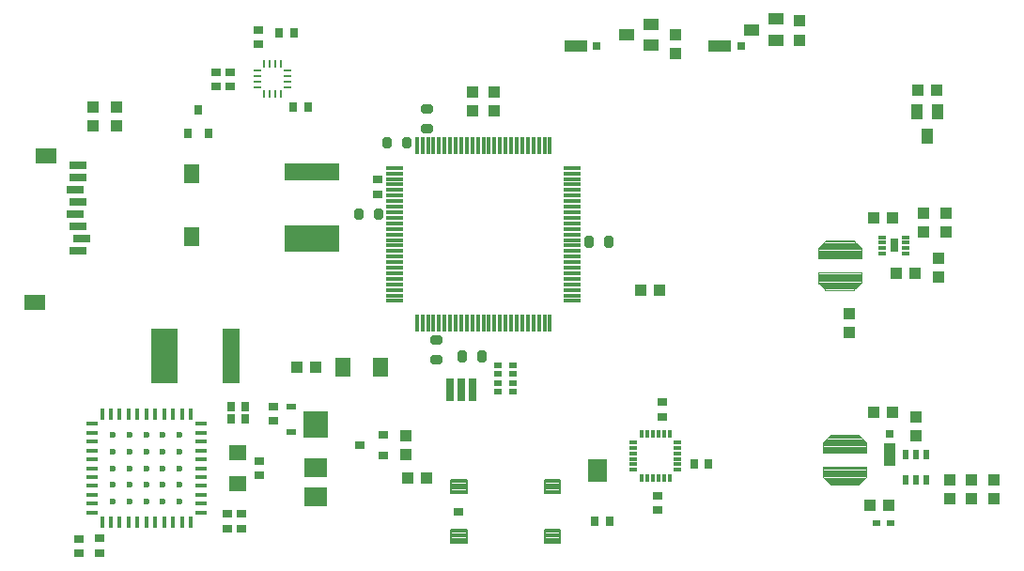
<source format=gtp>
G75*
G70*
%OFA0B0*%
%FSLAX24Y24*%
%IPPOS*%
%LPD*%
%AMOC8*
5,1,8,0,0,1.08239X$1,22.5*
%
%ADD10R,0.0315X0.0118*%
%ADD11R,0.0118X0.0315*%
%ADD12R,0.0276X0.0354*%
%ADD13R,0.0354X0.0276*%
%ADD14R,0.0670X0.0790*%
%ADD15R,0.0394X0.0433*%
%ADD16R,0.0551X0.0709*%
%ADD17R,0.0748X0.0551*%
%ADD18R,0.0591X0.0315*%
%ADD19R,0.0630X0.0551*%
%ADD20R,0.0790X0.0670*%
%ADD21R,0.0394X0.0142*%
%ADD22R,0.0142X0.0394*%
%ADD23C,0.0236*%
%ADD24R,0.0500X0.0250*%
%ADD25R,0.0900X0.0960*%
%ADD26R,0.0945X0.1969*%
%ADD27R,0.0630X0.1969*%
%ADD28R,0.0327X0.0248*%
%ADD29C,0.0283*%
%ADD30R,0.0591X0.0118*%
%ADD31R,0.0118X0.0591*%
%ADD32R,0.0276X0.0787*%
%ADD33R,0.0256X0.0197*%
%ADD34C,0.0083*%
%ADD35R,0.0350X0.0300*%
%ADD36R,0.0252X0.0138*%
%ADD37R,0.0276X0.0512*%
%ADD38R,0.0236X0.0354*%
%ADD39R,0.0433X0.0394*%
%ADD40R,0.0433X0.0787*%
%ADD41R,0.0315X0.0315*%
%ADD42R,0.0276X0.0197*%
%ADD43C,0.0039*%
%ADD44R,0.1969X0.0945*%
%ADD45R,0.1969X0.0630*%
%ADD46R,0.0787X0.0433*%
%ADD47R,0.0110X0.0256*%
%ADD48R,0.0256X0.0110*%
%ADD49R,0.0354X0.0315*%
%ADD50R,0.0315X0.0354*%
%ADD51R,0.0551X0.0394*%
%ADD52R,0.0394X0.0551*%
D10*
X023794Y003603D03*
X023794Y003800D03*
X023794Y003996D03*
X023794Y004193D03*
X023794Y004390D03*
X023794Y004587D03*
X025368Y004587D03*
X025368Y004390D03*
X025368Y004193D03*
X025368Y003996D03*
X025368Y003800D03*
X025368Y003603D03*
D11*
X025073Y003307D03*
X024876Y003307D03*
X024679Y003307D03*
X024483Y003307D03*
X024286Y003307D03*
X024089Y003307D03*
X024089Y004882D03*
X024286Y004882D03*
X024483Y004882D03*
X024679Y004882D03*
X024876Y004882D03*
X025073Y004882D03*
D12*
X025947Y003800D03*
X026459Y003800D03*
X022943Y001776D03*
X022431Y001776D03*
X010020Y005412D03*
X009508Y005412D03*
X009508Y005849D03*
X010020Y005849D03*
X011738Y016473D03*
X012250Y016473D03*
X011750Y019123D03*
X011238Y019123D03*
D13*
X004129Y000636D03*
X004864Y000656D03*
X004864Y001168D03*
X004129Y001148D03*
X009389Y001531D03*
X009889Y001531D03*
X009889Y002043D03*
X009389Y002043D03*
X010514Y003406D03*
X010514Y003918D03*
X011014Y005343D03*
X011014Y005855D03*
X014715Y013398D03*
X014715Y013910D03*
X009494Y017217D03*
X008994Y017217D03*
X008994Y017729D03*
X009494Y017729D03*
X010494Y018717D03*
X010494Y019229D03*
X024813Y006004D03*
X024813Y005493D03*
X024640Y002678D03*
X024640Y002166D03*
D14*
X022519Y003570D03*
D15*
X015719Y004146D03*
X015719Y004815D03*
X031467Y008477D03*
X031467Y009146D03*
X034616Y010445D03*
X034616Y011115D03*
X034892Y012040D03*
X034085Y012040D03*
X034085Y012709D03*
X034892Y012709D03*
X025297Y018394D03*
X025297Y019063D03*
X029687Y018863D03*
X029687Y019532D03*
X018868Y017020D03*
X018081Y017020D03*
X018081Y016351D03*
X018868Y016351D03*
X005443Y016469D03*
X005443Y015800D03*
X004616Y015800D03*
X004616Y016469D03*
X033829Y005485D03*
X033829Y004815D03*
X035010Y003241D03*
X035797Y003241D03*
X036585Y003241D03*
X036585Y002571D03*
X035797Y002571D03*
X035010Y002571D03*
D16*
X014813Y007237D03*
X013475Y007237D03*
X008132Y011867D03*
X008132Y014111D03*
D17*
X002955Y014741D03*
X002561Y009563D03*
D18*
X004077Y011398D03*
X004234Y011831D03*
X004077Y012264D03*
X003998Y012697D03*
X004077Y013130D03*
X003998Y013563D03*
X004077Y013996D03*
X004077Y014430D03*
D19*
X009764Y004213D03*
X009764Y003111D03*
D20*
X012519Y002637D03*
X012509Y003687D03*
D21*
X008443Y003662D03*
X008443Y003347D03*
X008443Y003032D03*
X008443Y002717D03*
X008443Y002402D03*
X008443Y002087D03*
X008443Y003977D03*
X008443Y004292D03*
X008443Y004607D03*
X008443Y004922D03*
X008443Y005237D03*
X004585Y005237D03*
X004585Y004922D03*
X004585Y004607D03*
X004585Y004292D03*
X004585Y003977D03*
X004585Y003662D03*
X004585Y003347D03*
X004585Y003032D03*
X004585Y002717D03*
X004585Y002402D03*
X004585Y002087D03*
D22*
X004939Y001733D03*
X005254Y001733D03*
X005569Y001733D03*
X005884Y001733D03*
X006199Y001733D03*
X006514Y001733D03*
X006829Y001733D03*
X007144Y001733D03*
X007459Y001733D03*
X007774Y001733D03*
X008089Y001733D03*
X008089Y005591D03*
X007774Y005591D03*
X007459Y005591D03*
X007144Y005591D03*
X006829Y005591D03*
X006514Y005591D03*
X006199Y005591D03*
X005884Y005591D03*
X005569Y005591D03*
X005254Y005591D03*
X004939Y005591D03*
D23*
X005333Y004843D03*
X005923Y004843D03*
X006514Y004843D03*
X007105Y004843D03*
X007695Y004843D03*
X007695Y004252D03*
X007105Y004252D03*
X006514Y004252D03*
X005923Y004252D03*
X005333Y004252D03*
X005333Y003662D03*
X005923Y003662D03*
X006514Y003662D03*
X007105Y003662D03*
X007695Y003662D03*
X007695Y003071D03*
X007105Y003071D03*
X006514Y003071D03*
X005923Y003071D03*
X005333Y003071D03*
X005333Y002481D03*
X005923Y002481D03*
X006514Y002481D03*
X007105Y002481D03*
X007695Y002481D03*
D24*
X012514Y005062D03*
X012514Y005386D03*
D25*
X012514Y005224D03*
D26*
X007154Y007662D03*
D27*
X009516Y007662D03*
D28*
X011639Y005865D03*
X011639Y004959D03*
D29*
X016726Y007481D02*
X016876Y007481D01*
X016726Y007481D02*
X016726Y007553D01*
X016876Y007553D01*
X016876Y007481D01*
X017695Y007705D02*
X017767Y007705D01*
X017767Y007555D01*
X017695Y007555D01*
X017695Y007705D01*
X018395Y007705D02*
X018467Y007705D01*
X018467Y007555D01*
X018395Y007555D01*
X018395Y007705D01*
X016876Y008181D02*
X016726Y008181D01*
X016726Y008253D01*
X016876Y008253D01*
X016876Y008181D01*
X022255Y011630D02*
X022255Y011780D01*
X022255Y011630D02*
X022183Y011630D01*
X022183Y011780D01*
X022255Y011780D01*
X022955Y011780D02*
X022955Y011630D01*
X022883Y011630D01*
X022883Y011780D01*
X022955Y011780D01*
X016542Y015742D02*
X016392Y015742D01*
X016542Y015742D02*
X016542Y015670D01*
X016392Y015670D01*
X016392Y015742D01*
X016392Y016442D02*
X016542Y016442D01*
X016542Y016370D01*
X016392Y016370D01*
X016392Y016442D01*
X015718Y015284D02*
X015718Y015134D01*
X015718Y015284D02*
X015790Y015284D01*
X015790Y015134D01*
X015718Y015134D01*
X015018Y015134D02*
X015018Y015284D01*
X015090Y015284D01*
X015090Y015134D01*
X015018Y015134D01*
X014714Y012764D02*
X014714Y012614D01*
X014714Y012764D02*
X014786Y012764D01*
X014786Y012614D01*
X014714Y012614D01*
X014014Y012614D02*
X014014Y012764D01*
X014086Y012764D01*
X014086Y012614D01*
X014014Y012614D01*
D30*
X015325Y012552D03*
X015325Y012748D03*
X015325Y012945D03*
X015325Y013142D03*
X015325Y013339D03*
X015325Y013536D03*
X015325Y013733D03*
X015325Y013930D03*
X015325Y014126D03*
X015325Y014323D03*
X015325Y012355D03*
X015325Y012158D03*
X015325Y011961D03*
X015325Y011764D03*
X015325Y011567D03*
X015325Y011370D03*
X015325Y011174D03*
X015325Y010977D03*
X015325Y010780D03*
X015325Y010583D03*
X015325Y010386D03*
X015325Y010189D03*
X015325Y009993D03*
X015325Y009796D03*
X015325Y009599D03*
X021624Y009599D03*
X021624Y009796D03*
X021624Y009993D03*
X021624Y010189D03*
X021624Y010386D03*
X021624Y010583D03*
X021624Y010780D03*
X021624Y010977D03*
X021624Y011174D03*
X021624Y011370D03*
X021624Y011567D03*
X021624Y011764D03*
X021624Y011961D03*
X021624Y012158D03*
X021624Y012355D03*
X021624Y012552D03*
X021624Y012748D03*
X021624Y012945D03*
X021624Y013142D03*
X021624Y013339D03*
X021624Y013536D03*
X021624Y013733D03*
X021624Y013930D03*
X021624Y014126D03*
X021624Y014323D03*
D31*
X020837Y015111D03*
X020640Y015111D03*
X020443Y015111D03*
X020246Y015111D03*
X020049Y015111D03*
X019853Y015111D03*
X019656Y015111D03*
X019459Y015111D03*
X019262Y015111D03*
X019065Y015111D03*
X018868Y015111D03*
X018671Y015111D03*
X018475Y015111D03*
X018278Y015111D03*
X018081Y015111D03*
X017884Y015111D03*
X017687Y015111D03*
X017490Y015111D03*
X017294Y015111D03*
X017097Y015111D03*
X016900Y015111D03*
X016703Y015111D03*
X016506Y015111D03*
X016309Y015111D03*
X016112Y015111D03*
X016112Y008811D03*
X016309Y008811D03*
X016506Y008811D03*
X016703Y008811D03*
X016900Y008811D03*
X017097Y008811D03*
X017294Y008811D03*
X017490Y008811D03*
X017687Y008811D03*
X017884Y008811D03*
X018081Y008811D03*
X018278Y008811D03*
X018475Y008811D03*
X018671Y008811D03*
X018868Y008811D03*
X019065Y008811D03*
X019262Y008811D03*
X019459Y008811D03*
X019656Y008811D03*
X019853Y008811D03*
X020049Y008811D03*
X020246Y008811D03*
X020443Y008811D03*
X020640Y008811D03*
X020837Y008811D03*
D32*
X018081Y006449D03*
X017687Y006449D03*
X017294Y006449D03*
D33*
X018996Y006370D03*
X019528Y006370D03*
X019528Y006685D03*
X019528Y007000D03*
X019528Y007315D03*
X018996Y007315D03*
X018996Y007000D03*
X018996Y006685D03*
D34*
X017883Y002770D02*
X017335Y002770D01*
X017335Y003238D01*
X017883Y003238D01*
X017883Y002770D01*
X017883Y002852D02*
X017335Y002852D01*
X017335Y002934D02*
X017883Y002934D01*
X017883Y003016D02*
X017335Y003016D01*
X017335Y003098D02*
X017883Y003098D01*
X017883Y003180D02*
X017335Y003180D01*
X017335Y000999D02*
X017883Y000999D01*
X017335Y000999D02*
X017335Y001467D01*
X017883Y001467D01*
X017883Y000999D01*
X017883Y001081D02*
X017335Y001081D01*
X017335Y001163D02*
X017883Y001163D01*
X017883Y001245D02*
X017335Y001245D01*
X017335Y001327D02*
X017883Y001327D01*
X017883Y001409D02*
X017335Y001409D01*
X020642Y000999D02*
X021190Y000999D01*
X020642Y000999D02*
X020642Y001467D01*
X021190Y001467D01*
X021190Y000999D01*
X021190Y001081D02*
X020642Y001081D01*
X020642Y001163D02*
X021190Y001163D01*
X021190Y001245D02*
X020642Y001245D01*
X020642Y001327D02*
X021190Y001327D01*
X021190Y001409D02*
X020642Y001409D01*
X020642Y002770D02*
X021190Y002770D01*
X020642Y002770D02*
X020642Y003238D01*
X021190Y003238D01*
X021190Y002770D01*
X021190Y002852D02*
X020642Y002852D01*
X020642Y002934D02*
X021190Y002934D01*
X021190Y003016D02*
X020642Y003016D01*
X020642Y003098D02*
X021190Y003098D01*
X021190Y003180D02*
X020642Y003180D01*
D35*
X017587Y002119D03*
D36*
X032628Y011272D03*
X032628Y011469D03*
X032628Y011666D03*
X032628Y011863D03*
X033459Y011863D03*
X033459Y011666D03*
X033459Y011469D03*
X033459Y011272D03*
D37*
X033042Y011567D03*
D38*
X033455Y004146D03*
X033829Y004146D03*
X034203Y004146D03*
X034203Y003241D03*
X033829Y003241D03*
X033455Y003241D03*
D39*
X032864Y002335D03*
X032195Y002335D03*
X032313Y005662D03*
X032983Y005662D03*
X024715Y009993D03*
X024046Y009993D03*
X032313Y012532D03*
X032983Y012532D03*
X033120Y010583D03*
X033790Y010583D03*
X033888Y017079D03*
X034557Y017079D03*
X012510Y007237D03*
X011841Y007237D03*
X015778Y003300D03*
X016447Y003300D03*
D40*
X032884Y004146D03*
D41*
X032884Y004894D03*
X027609Y018654D03*
X022490Y018654D03*
D42*
X032412Y001725D03*
X032923Y001725D03*
D43*
X031782Y003083D02*
X030797Y003083D01*
X030522Y003359D01*
X030522Y003713D01*
X032057Y003713D01*
X032057Y003359D01*
X031782Y003083D01*
X031803Y003104D02*
X030777Y003104D01*
X030739Y003142D02*
X031840Y003142D01*
X031878Y003180D02*
X030701Y003180D01*
X030663Y003217D02*
X031916Y003217D01*
X031954Y003255D02*
X030625Y003255D01*
X030587Y003293D02*
X031992Y003293D01*
X032030Y003331D02*
X030549Y003331D01*
X030522Y003369D02*
X032057Y003369D01*
X032057Y003407D02*
X030522Y003407D01*
X030522Y003445D02*
X032057Y003445D01*
X032057Y003483D02*
X030522Y003483D01*
X030522Y003520D02*
X032057Y003520D01*
X032057Y003558D02*
X030522Y003558D01*
X030522Y003596D02*
X032057Y003596D01*
X032057Y003634D02*
X030522Y003634D01*
X030522Y003672D02*
X032057Y003672D01*
X032057Y003710D02*
X030522Y003710D01*
X030522Y004225D02*
X032057Y004225D01*
X032057Y004579D01*
X031782Y004855D01*
X030797Y004855D01*
X030522Y004579D01*
X030522Y004225D01*
X030522Y004240D02*
X032057Y004240D01*
X032057Y004278D02*
X030522Y004278D01*
X030522Y004316D02*
X032057Y004316D01*
X032057Y004354D02*
X030522Y004354D01*
X030522Y004391D02*
X032057Y004391D01*
X032057Y004429D02*
X030522Y004429D01*
X030522Y004467D02*
X032057Y004467D01*
X032057Y004505D02*
X030522Y004505D01*
X030522Y004543D02*
X032057Y004543D01*
X032056Y004581D02*
X030524Y004581D01*
X030561Y004619D02*
X032018Y004619D01*
X031980Y004657D02*
X030599Y004657D01*
X030637Y004694D02*
X031942Y004694D01*
X031904Y004732D02*
X030675Y004732D01*
X030713Y004770D02*
X031866Y004770D01*
X031828Y004808D02*
X030751Y004808D01*
X030789Y004846D02*
X031791Y004846D01*
X031605Y009973D02*
X030620Y009973D01*
X030345Y010248D01*
X030345Y010603D01*
X031880Y010603D01*
X031880Y010248D01*
X031605Y009973D01*
X031628Y009996D02*
X030597Y009996D01*
X030559Y010034D02*
X031666Y010034D01*
X031704Y010072D02*
X030521Y010072D01*
X030483Y010110D02*
X031742Y010110D01*
X031779Y010148D02*
X030445Y010148D01*
X030408Y010186D02*
X031817Y010186D01*
X031855Y010224D02*
X030370Y010224D01*
X030345Y010261D02*
X031880Y010261D01*
X031880Y010299D02*
X030345Y010299D01*
X030345Y010337D02*
X031880Y010337D01*
X031880Y010375D02*
X030345Y010375D01*
X030345Y010413D02*
X031880Y010413D01*
X031880Y010451D02*
X030345Y010451D01*
X030345Y010489D02*
X031880Y010489D01*
X031880Y010526D02*
X030345Y010526D01*
X030345Y010564D02*
X031880Y010564D01*
X031880Y010602D02*
X030345Y010602D01*
X030345Y011115D02*
X031880Y011115D01*
X031880Y011469D01*
X031605Y011744D01*
X030620Y011744D01*
X030345Y011469D01*
X030345Y011115D01*
X030345Y011132D02*
X031880Y011132D01*
X031880Y011170D02*
X030345Y011170D01*
X030345Y011208D02*
X031880Y011208D01*
X031880Y011246D02*
X030345Y011246D01*
X030345Y011284D02*
X031880Y011284D01*
X031880Y011322D02*
X030345Y011322D01*
X030345Y011360D02*
X031880Y011360D01*
X031880Y011397D02*
X030345Y011397D01*
X030345Y011435D02*
X031880Y011435D01*
X031876Y011473D02*
X030349Y011473D01*
X030387Y011511D02*
X031838Y011511D01*
X031800Y011549D02*
X030425Y011549D01*
X030463Y011587D02*
X031762Y011587D01*
X031724Y011625D02*
X030501Y011625D01*
X030538Y011663D02*
X031686Y011663D01*
X031649Y011700D02*
X030576Y011700D01*
X030614Y011738D02*
X031611Y011738D01*
D44*
X012372Y011823D03*
D45*
X012372Y014185D03*
D46*
X021742Y018654D03*
X026860Y018654D03*
D47*
X011290Y018012D03*
X011093Y018012D03*
X010896Y018012D03*
X010699Y018012D03*
X010699Y016933D03*
X010896Y016933D03*
X011093Y016933D03*
X011290Y016933D03*
D48*
X011534Y017178D03*
X011534Y017374D03*
X011534Y017571D03*
X011534Y017768D03*
X010455Y017768D03*
X010455Y017571D03*
X010455Y017374D03*
X010455Y017178D03*
D49*
X014931Y004855D03*
X014105Y004481D03*
X014931Y004107D03*
D50*
X008731Y015544D03*
X007983Y015544D03*
X008357Y016370D03*
D51*
X023553Y019048D03*
X024420Y019422D03*
X024420Y018674D03*
X027983Y019225D03*
X028849Y019599D03*
X028849Y018851D03*
D52*
X033849Y016331D03*
X034597Y016331D03*
X034223Y015465D03*
M02*

</source>
